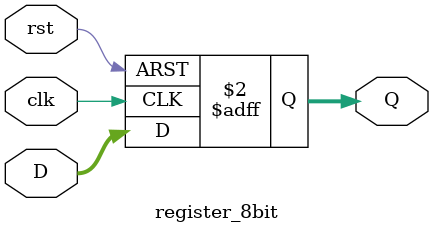
<source format=v>
module register_8bit(
    input clk,         // 時脈信號
    input rst,         // 非同步重置信號
    input [7:0] D,     // 8 位元輸入數據
    output reg [7:0] Q // 8 位元輸出數據
);

// D flip-flop的行為模型
always @(posedge clk or posedge rst) begin
    if (rst) begin
        Q <= 8'b0; // 當 rst 為高時，Q 重置為 0
    end else begin
        Q <= D; // 在時脈的正緣觸發時，將 D 的值載入 Q
    end
end

endmodule

</source>
